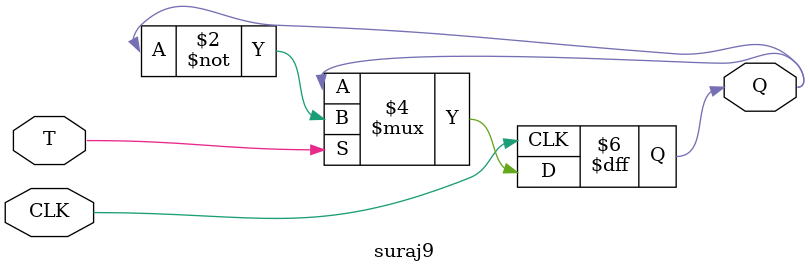
<source format=v>
module suraj9 (
    input T,        // Toggle input
    input CLK,      // Clock input
    output reg Q    // Output
);

always @(posedge CLK)
begin
    if (T)
        Q <= ~Q;    // Toggle output if T is high
    else
        Q <= Q;     // Hold previous state if T is low
end

endmodule
</source>
